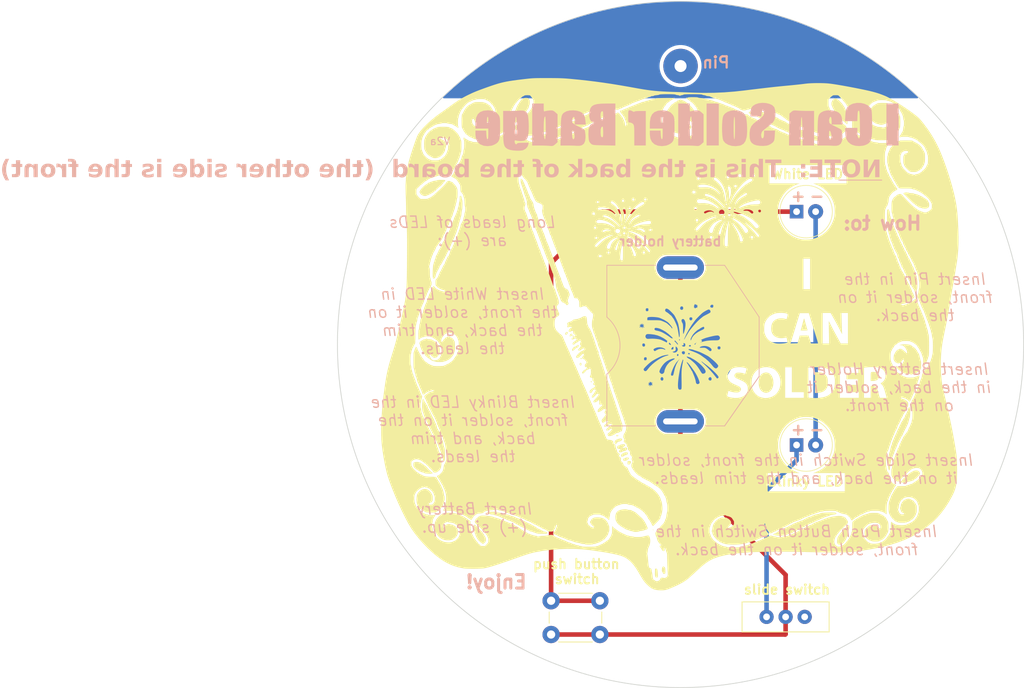
<source format=kicad_pcb>
(kicad_pcb (version 20221018) (generator pcbnew)
  (title_block (title "\"I Can Solder\" Badge kit ") (date "2023-06-18") (rev "V2a") (company "Cornfield Electronics"))
  (layers (0 "F.Cu" signal) (31 "B.Cu" signal) (34 "B.Paste" user) (35 "F.Paste" user) (36 "B.SilkS" user "B.Silkscreen") (37 "F.SilkS" user "F.Silkscreen") (38 "B.Mask" user) (39 "F.Mask" user) (44 "Edge.Cuts" user))
  (net 0 "")
  (net 1 "GND")
  (net 2 "Net-(B1-+3V-Pad1)")
  (net 4 "Net-(LED1-A)")
  (net 5 "Net-(LED2-A)")
  (footprint "My_parts:LED_D5.0mm" (layer "F.Cu") (at 118 113.4 180)
    (fp_text reference "LED2" hide)
    (fp_text value "Blinky LED" (at 1.375 -4.85) (layer "F.SilkS") (effects (font (size 1.27 1.27) (thickness 0.254) bold)))
    (fp_text user "+" (at 3.45 2.75 180 unlocked) (layer "B.SilkS") (effects (font (size 1.5 1.5) (thickness 0.3) bold) (justify left bottom mirror)))
    (fp_text user "-" (at 0.95 2.75 180 unlocked) (layer "B.SilkS") (effects (font (size 1.5 1.5) (thickness 0.3) bold) (justify left bottom mirror)))
    (fp_text user "-" (at 0.95 2.75 180 unlocked) (layer "F.SilkS") (effects (font (size 1.5 1.5) (thickness 0.3) bold) (justify left bottom mirror)))
    (fp_text user "+" (at 3.45 2.75 180 unlocked) (layer "F.SilkS") (effects (font (size 1.5 1.5) (thickness 0.3) bold) (justify left bottom mirror)))
    (pad "1" thru_hole circle (at 0 0 180) (size 2 2) (drill 0.9) (layers "*.Cu" "*.Mask") (net 1 "GND"))
    (pad "2" thru_hole rect (at 2.54 0 180) (size 1.8 1.8) (drill 0.9) (layers "*.Cu" "*.Mask") (net 5 "Net-(LED2-A)"))
  )
  (footprint "My_parts:SW_MINI-SPDT-SW" (layer "F.Cu") (at 114 136.3 180)
    (fp_text reference "SW2" hide)
    (fp_text value "slide" hide)
    (pad "1" thru_hole circle (at -2.54 0 180) (size 1.9 1.9) (drill 0.9) (layers "*.Cu" "*.Mask"))
    (pad "2" thru_hole circle (at 0 0 180) (size 1.9 1.9) (drill 0.9) (layers "*.Cu" "*.Mask") (net 2 "Net-(B1-+3V-Pad1)"))
    (pad "3" thru_hole circle (at 2.54 0 180) (size 1.9 1.9) (drill 0.9) (layers "*.Cu" "*.Mask") (net 5 "Net-(LED2-A)"))
  )
  (footprint "My_parts:LED_D5.0mm" (layer "F.Cu") (at 118 82.3 180)
    (fp_text reference "LED1" hide)
    (fp_text value "White LED" (at 1.075 5) (layer "F.SilkS") (effects (font (size 1.27 1.27) (thickness 0.254) bold)))
    (fp_text user "-" (at 0.95 2.75 180 unlocked) (layer "B.SilkS") (effects (font (size 1.5 1.5) (thickness 0.3) bold) (justify left bottom mirror)))
    (fp_text user "+" (at 3.45 2.75 180 unlocked) (layer "B.SilkS") (effects (font (size 1.5 1.5) (thickness 0.3) bold) (justify left bottom mirror)))
    (fp_text user "+" (at 3.45 2.75 180 unlocked) (layer "F.SilkS") (effects (font (size 1.5 1.5) (thickness 0.3) bold) (justify left bottom mirror)))
    (fp_text user "-" (at 0.95 2.75 180 unlocked) (layer "F.SilkS") (effects (font (size 1.5 1.5) (thickness 0.3) bold) (justify left bottom mirror)))
    (pad "1" thru_hole circle (at 0 0 180) (size 2 2) (drill 0.9) (layers "*.Cu" "*.Mask") (net 1 "GND"))
    (pad "2" thru_hole rect (at 2.54 0 180) (size 1.8 1.8) (drill 0.9) (layers "*.Cu" "*.Mask") (net 4 "Net-(LED1-A)"))
  )
  (footprint "My_parts:SW_PUSH_tact_6mm_H4.3mm" (layer "F.Cu") (at 89.25 138.65 180)
    (fp_text reference "SW1" hide)
    (fp_text value "push" hide)
    (pad "1" thru_hole circle (at 0 0 270) (size 2.3 2.3) (drill 1.1) (layers "*.Cu" "*.Mask") (net 2 "Net-(B1-+3V-Pad1)"))
    (pad "1" thru_hole circle (at 6.5 0 270) (size 2.3 2.3) (drill 1.1) (layers "*.Cu" "*.Mask") (net 2 "Net-(B1-+3V-Pad1)"))
    (pad "2" thru_hole circle (at 0 4.5 270) (size 2.3 2.3) (drill 1.1) (layers "*.Cu" "*.Mask") (net 4 "Net-(LED1-A)"))
    (pad "2" thru_hole circle (at 6.5 4.5 270) (size 2.3 2.3) (drill 1.1) (layers "*.Cu" "*.Mask") (net 4 "Net-(LED1-A)"))
  )
  (footprint "LOGO" (layer "F.Cu") (at 100.45 100.15)
    (fp_text reference "G***" (at 0 0) (layer "F.SilkS") (effects (font (size 1.5 1.5) (thickness 0.3))))
    (fp_text value "LOGO" hide)
  )
  (footprint "LOGO" (layer "B.Cu") (at 92.5 63.5 180)
    (fp_text reference "G***" hide)
    (fp_text value "LOGO" hide)
  )
  (footprint "LOGO" (layer "B.Cu") (at 100.1 57.3 180)
    (fp_text reference "G***" hide)
    (fp_text value "LOGO" hide)
  )
  (footprint "My_parts:Keystone 3003 CR2032 batt holder" (layer "B.Cu") (at 99.976244 89.75 -90)
    (fp_text reference "B1" hide)
    (fp_text value "CR2032" hide)
    (pad "1" thru_hole oval (at 0 0 270) (size 3 6.3) (drill oval 0.8 4.6) (layers "*.Cu" "*.Mask") (net 2 "Net-(B1-+3V-Pad1)"))
    (pad "2" thru_hole oval (at 20.5 0 270) (size 3 6.3) (drill oval 0.8 4.6) (layers "*.Cu" "*.Mask") (net 2 "Net-(B1-+3V-Pad1)"))
    (pad "3" smd circle (at 10.25 0 180) (size 15 15) (layers "B.Cu" "B.Paste" "B.Mask") (net 1 "GND"))
  )
  (footprint "LOGO" (layer "B.Cu") (at 113.1 66 180)
    (fp_text reference "G***" hide)
    (fp_text value "LOGO" hide)
  )
  (footprint "LOGO" (layer "B.Cu") (at 100.5 70.6 180)
    (fp_text reference "G***" hide)
    (fp_text value "LOGO" hide)
  )
  (footprint "LOGO" (layer "B.Cu") (at 81.1 64.8 180)
    (fp_text reference "G***" hide)
    (fp_text value "LOGO" hide)
  )
  (footprint "LOGO" (layer "B.Cu") (at 125.1 65.8 180)
    (fp_text reference "G***" hide)
    (fp_text value "LOGO" hide)
  )
  (gr_line (start 126.8 78.1) (end 121.1 78.1) (stroke (width 0.13)) (layer "B.SilkS"))
  (gr_circle (center 100 100) (end 145.72 100) (stroke (width 0.1)) (fill none) (layer "Edge.Cuts"))
  (gr_text "V2a" (at 69.4 73.5) (layer "B.SilkS") (effects (font (size 1 1)) (justify left bottom mirror)))
  (gr_text "How to:" (at 132.3 84.9) (layer "B.SilkS") (effects (font (size 1.8 1.8) (thickness 0.4) bold) (justify left bottom mirror)))
  (gr_text "Insert Slide Switch in the front, solder\nit on the back, and the trim leads." (at 116.8 118.7) (layer "B.SilkS") (effects (font (size 1.5 1.5) (thickness 0.1875) italic) (justify bottom mirror)))
  (gr_text "NOTE:  This is the back of the board  (the other side is the front)" (at 126.8 78.1) (layer "B.SilkS") (effects (font (size 2.3 2.3) (thickness 0.44) bold) (justify left bottom mirror)))
  (gr_text "Long leads of LEDs\nare (+):" (at 72.3 87) (layer "B.SilkS") (effects (font (size 1.5 1.5) (thickness 0.1875) italic) (justify bottom mirror)))
  (gr_text "Insert Battery Holder\nin the back, solder it\non the front." (at 129.2 109) (layer "B.SilkS") (effects (font (size 1.5 1.5) (thickness 0.1875) italic) (justify bottom mirror)))
  (gr_text "Enjoy!" (at 79.7 132.7) (layer "B.SilkS") (effects (font (size 1.8 1.8) (thickness 0.4) bold) (justify left bottom mirror)))
  (gr_text "Insert White LED in\nthe front, solder it on\nthe back, and trim\nthe leads." (at 71 101.4) (layer "B.SilkS") (effects (font (size 1.5 1.5) (thickness 0.1875) italic) (justify bottom mirror)))
  (gr_text "Pin" (at 106.7 63.3) (layer "B.SilkS") (effects (font (size 1.5 1.5) (thickness 0.3) bold) (justify left bottom mirror)))
  (gr_text "battery holder" (at 105.6 87) (layer "B.SilkS") (effects (font (size 1.27 1.27) (thickness 0.254) bold) (justify left bottom mirror)))
  (gr_text "Insert Pin in the\nfront, solder it on\nthe back." (at 131.3 97) (layer "B.SilkS") (effects (font (size 1.5 1.5) (thickness 0.1875) italic) (justify bottom mirror)))
  (gr_text "Insert Blinky LED in the\nfront, solder it on the\nback, and trim\nthe leads." (at 72.4 115.8) (layer "B.SilkS") (effects (font (size 1.5 1.5) (thickness 0.1875) italic) (justify bottom mirror)))
  (gr_text "Insert Push Button Switch in the\nfront, solder it on the back." (at 115.5 128.2) (layer "B.SilkS") (effects (font (size 1.5 1.5) (thickness 0.1875) italic) (justify bottom mirror)))
  (gr_text "Insert Battery\n(+) side up." (at 72.6 125.2) (layer "B.SilkS") (effects (font (size 1.5 1.5) (thickness 0.1875) italic) (justify bottom mirror)))
  (gr_text "slide switch" (at 108.3 133.4) (layer "F.SilkS") (effects (font (size 1.27 1.27) (thickness 0.254) bold) (justify left bottom)))
  (gr_text "switch" (at 83.1 132) (layer "F.SilkS") (effects (font (size 1.27 1.27) (thickness 0.254) bold) (justify left bottom)))
  (gr_text "push button" (at 80.2 130) (layer "F.SilkS") (effects (font (size 1.27 1.27) (thickness 0.254) bold) (justify left bottom)))
  (via (at 100 62.9) (size 4.6) (drill 1.6) (layers "F.Cu" "B.Cu") (net 0))
  (segment (start 118 82.3) (end 118 100) (width 0.6096) (layer "B.Cu") (net 1))
  (segment (start 99.976244 100) (end 118 100) (width 0.6096) (layer "B.Cu") (net 1))
  (segment (start 118 100) (end 118 113.4) (width 0.6096) (layer "B.Cu") (net 1))
  (segment (start 114 138.6) (end 114 136.3) (width 0.6096) (layer "F.Cu") (net 2))
  (segment (start 99.976244 116.676244) (end 114 130.7) (width 0.6096) (layer "F.Cu") (net 2))
  (segment (start 114 130.7) (end 114 136.3) (width 0.6096) (layer "F.Cu") (net 2))
  (segment (start 99.976244 110.25) (end 99.976244 116.676244) (width 0.6096) (layer "F.Cu") (net 2))
  (segment (start 89.25 138.65) (end 113.95 138.65) (width 0.6096) (layer "F.Cu") (net 2))
  (segment (start 113.95 138.65) (end 114 138.6) (width 0.6096) (layer "F.Cu") (net 2))
  (segment (start 99.976244 89.75) (end 99.976244 110.25) (width 0.6096) (layer "F.Cu") (net 2))
  (segment (start 82.75 138.65) (end 89.25 138.65) (width 0.6096) (layer "F.Cu") (net 2))
  (segment (start 82.75 134.15) (end 82.75 89.15) (width 0.6096) (layer "F.Cu") (net 4))
  (segment (start 82.75 134.15) (end 89.25 134.15) (width 0.6096) (layer "F.Cu") (net 4))
  (segment (start 82.75 89.15) (end 89.6 82.3) (width 0.6096) (layer "F.Cu") (net 4))
  (segment (start 115.46 82.3) (end 89.6 82.3) (width 0.6096) (layer "F.Cu") (net 4))
  (segment (start 115.46 113.4) (end 115.46 115.44) (width 0.6096) (layer "B.Cu") (net 5))
  (segment (start 115.46 115.44) (end 111.46 119.44) (width 0.6096) (layer "B.Cu") (net 5))
  (segment (start 111.46 119.44) (end 111.46 136.3) (width 0.6096) (layer "B.Cu") (net 5))
  (zone (net 0) (net_name "") (layer "B.Cu") (connect_pads (clearance 0.5)) (min_thickness 0.25) (fill yes (thermal_gap 1) (thermal_bridge_width 1) (island_removal_mode 1) (island_area_min 10))
    (polygon (pts (xy 67.9 67.2) (xy 67.9 54.1) (xy 132 54.1) (xy 132 67.2)))
  )
)
</source>
